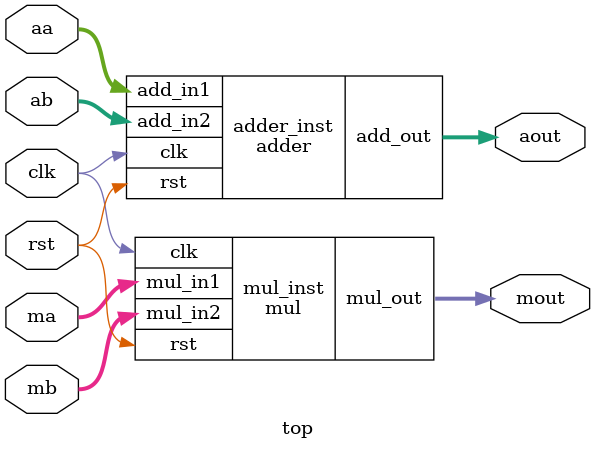
<source format=sv>
module adder (input [3:0] add_in1,add_in2,
             input clk, rst,
             output reg [4:0] add_out
            );


 always@(posedge clk)
   begin
     if(rst)
       begin
         add_out <= 5'b00000;
       end
     else
       begin
         add_out <= add_in1 + add_in2;
       end
   end
endmodule
 
//////////////////////////////////////
 
module mul (input [3:0] mul_in1,mul_in2,
             input clk, rst,
           output reg [7:0] mul_out
            );


 always@(posedge clk)
   begin
     if(rst)
       begin
         mul_out <= 5'b00000;
       end
     else
       begin
         mul_out <= mul_in1 * mul_in2;
       end
   end
endmodule
// ////////////////////////////////
 


module top(
 input [3:0] aa,ab,ma,mb,
 input clk, rst,
 output [4:0] aout,
 output [7:0] mout
 
);


 adder adder_inst (aa,ab,clk,rst,aout);
 mul   mul_inst (ma, mb, clk, rst, mout);


endmodule
 

 
 
 

</source>
